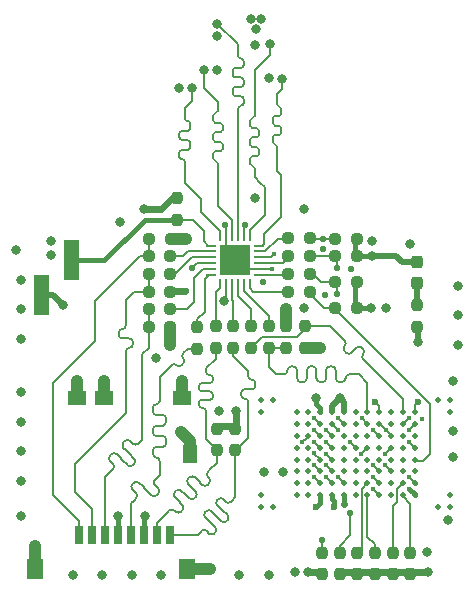
<source format=gbr>
%TF.GenerationSoftware,KiCad,Pcbnew,9.0.2*%
%TF.CreationDate,2025-06-22T16:31:42+02:00*%
%TF.ProjectId,Board,426f6172-642e-46b6-9963-61645f706362,rev?*%
%TF.SameCoordinates,Original*%
%TF.FileFunction,Copper,L4,Bot*%
%TF.FilePolarity,Positive*%
%FSLAX46Y46*%
G04 Gerber Fmt 4.6, Leading zero omitted, Abs format (unit mm)*
G04 Created by KiCad (PCBNEW 9.0.2) date 2025-06-22 16:31:42*
%MOMM*%
%LPD*%
G01*
G04 APERTURE LIST*
G04 Aperture macros list*
%AMRoundRect*
0 Rectangle with rounded corners*
0 $1 Rounding radius*
0 $2 $3 $4 $5 $6 $7 $8 $9 X,Y pos of 4 corners*
0 Add a 4 corners polygon primitive as box body*
4,1,4,$2,$3,$4,$5,$6,$7,$8,$9,$2,$3,0*
0 Add four circle primitives for the rounded corners*
1,1,$1+$1,$2,$3*
1,1,$1+$1,$4,$5*
1,1,$1+$1,$6,$7*
1,1,$1+$1,$8,$9*
0 Add four rect primitives between the rounded corners*
20,1,$1+$1,$2,$3,$4,$5,0*
20,1,$1+$1,$4,$5,$6,$7,0*
20,1,$1+$1,$6,$7,$8,$9,0*
20,1,$1+$1,$8,$9,$2,$3,0*%
%AMFreePoly0*
4,1,5,0.635001,-1.715011,-0.635001,-1.715011,-0.635001,1.715011,0.635001,1.715011,0.635001,-1.715011,0.635001,-1.715011,$1*%
G04 Aperture macros list end*
%TA.AperFunction,SMDPad,CuDef*%
%ADD10RoundRect,0.237500X0.237500X-0.287500X0.237500X0.287500X-0.237500X0.287500X-0.237500X-0.287500X0*%
%TD*%
%TA.AperFunction,SMDPad,CuDef*%
%ADD11RoundRect,0.237500X0.237500X-0.250000X0.237500X0.250000X-0.237500X0.250000X-0.237500X-0.250000X0*%
%TD*%
%TA.AperFunction,SMDPad,CuDef*%
%ADD12RoundRect,0.237500X-0.237500X0.250000X-0.237500X-0.250000X0.237500X-0.250000X0.237500X0.250000X0*%
%TD*%
%TA.AperFunction,SMDPad,CuDef*%
%ADD13R,0.800000X1.500000*%
%TD*%
%TA.AperFunction,SMDPad,CuDef*%
%ADD14R,1.400000X1.700000*%
%TD*%
%TA.AperFunction,SMDPad,CuDef*%
%ADD15R,1.500000X1.150013*%
%TD*%
%TA.AperFunction,SMDPad,CuDef*%
%ADD16R,1.300000X1.500000*%
%TD*%
%TA.AperFunction,SMDPad,CuDef*%
%ADD17RoundRect,0.237500X0.250000X0.237500X-0.250000X0.237500X-0.250000X-0.237500X0.250000X-0.237500X0*%
%TD*%
%TA.AperFunction,SMDPad,CuDef*%
%ADD18RoundRect,0.237500X-0.250000X-0.237500X0.250000X-0.237500X0.250000X0.237500X-0.250000X0.237500X0*%
%TD*%
%TA.AperFunction,SMDPad,CuDef*%
%ADD19C,0.500381*%
%TD*%
%TA.AperFunction,SMDPad,CuDef*%
%ADD20R,0.250013X0.849987*%
%TD*%
%TA.AperFunction,SMDPad,CuDef*%
%ADD21R,0.849987X0.250013*%
%TD*%
%TA.AperFunction,SMDPad,CuDef*%
%ADD22R,2.500000X2.500000*%
%TD*%
%TA.AperFunction,SMDPad,CuDef*%
%ADD23FreePoly0,0.000000*%
%TD*%
%TA.AperFunction,ViaPad*%
%ADD24C,0.800000*%
%TD*%
%TA.AperFunction,ViaPad*%
%ADD25C,0.600000*%
%TD*%
%TA.AperFunction,ViaPad*%
%ADD26C,0.450000*%
%TD*%
%TA.AperFunction,ViaPad*%
%ADD27C,0.550000*%
%TD*%
%TA.AperFunction,Conductor*%
%ADD28C,0.150000*%
%TD*%
%TA.AperFunction,Conductor*%
%ADD29C,1.000000*%
%TD*%
%TA.AperFunction,Conductor*%
%ADD30C,0.500000*%
%TD*%
%TA.AperFunction,Conductor*%
%ADD31C,0.600000*%
%TD*%
%TA.AperFunction,Conductor*%
%ADD32C,0.400000*%
%TD*%
%TA.AperFunction,Conductor*%
%ADD33C,0.200000*%
%TD*%
G04 APERTURE END LIST*
D10*
%TO.P,U4,1,K*%
%TO.N,Net-(U4-K)*%
X102550000Y-73250000D03*
%TO.P,U4,2,A*%
%TO.N,P3V3*%
X102550000Y-71500000D03*
%TD*%
D11*
%TO.P,R26,1,1*%
%TO.N,/SDCARD_D0*%
X85650509Y-87421710D03*
%TO.P,R26,2,2*%
%TO.N,P3V3*%
X85650509Y-85596710D03*
%TD*%
%TO.P,R3,1,1*%
%TO.N,/MUX_SEL*%
X82250000Y-67912500D03*
%TO.P,R3,2,2*%
%TO.N,P3V3*%
X82250000Y-66087500D03*
%TD*%
D12*
%TO.P,R4,1,1*%
%TO.N,/eMMC_RST_N*%
X94500000Y-96087500D03*
%TO.P,R4,2,2*%
%TO.N,P3V3*%
X94500000Y-97912500D03*
%TD*%
D13*
%TO.P,U1,1,DAT2*%
%TO.N,/SDCARD_D2*%
X73943548Y-94587567D03*
%TO.P,U1,2,CD/DAT3*%
%TO.N,/SDCARD_D3*%
X75043625Y-94587567D03*
%TO.P,U1,3,CMD*%
%TO.N,/SDCARD_CMD*%
X76143701Y-94587567D03*
%TO.P,U1,4,VDD*%
%TO.N,P3V3*%
X77243777Y-94587567D03*
%TO.P,U1,5,CLK*%
%TO.N,/SDCARD_CLK*%
X78343599Y-94587567D03*
%TO.P,U1,6,VSS*%
%TO.N,GND*%
X79443675Y-94587567D03*
%TO.P,U1,7,DAT0*%
%TO.N,/SDCARD_D0*%
X80543752Y-94587567D03*
%TO.P,U1,8,DAT1*%
%TO.N,/SDCARD_D1*%
X81643574Y-94587567D03*
D14*
%TO.P,U1,9,Shell_Mount*%
%TO.N,GND*%
X70193739Y-97487490D03*
D15*
X73743650Y-83012510D03*
X82643574Y-83012510D03*
D14*
X83093663Y-97487490D03*
D15*
%TO.P,U1,10,DETECT-SW*%
%TO.N,Net-(U1-DETECT-SW)*%
X76043625Y-83012510D03*
D16*
%TO.P,U1,11,DETECT_LEVER*%
%TO.N,Net-(U1-DETECT_LEVER)*%
X83306261Y-87737681D03*
%TD*%
D17*
%TO.P,R18,1,1*%
%TO.N,/SDCARD_D3_R*%
X81662500Y-72500000D03*
%TO.P,R18,2,2*%
%TO.N,/SDCARD_D3*%
X79837500Y-72500000D03*
%TD*%
D11*
%TO.P,R10,1,1*%
%TO.N,GND*%
X102000000Y-97912500D03*
%TO.P,R10,2,2*%
%TO.N,/eMMC_D6*%
X102000000Y-96087500D03*
%TD*%
%TO.P,R9,1,1*%
%TO.N,GND*%
X99000000Y-97912500D03*
%TO.P,R9,2,2*%
%TO.N,/eMMC_D7*%
X99000000Y-96087500D03*
%TD*%
D18*
%TO.P,R2,1,1*%
%TO.N,/eMMC_CLK_R*%
X91636268Y-73993112D03*
%TO.P,R2,2,2*%
%TO.N,/eMMC_CLK*%
X93461268Y-73993112D03*
%TD*%
%TO.P,R19,1,1*%
%TO.N,/eMMC_D3_R*%
X91636268Y-70993112D03*
%TO.P,R19,2,2*%
%TO.N,/eMMC_D3*%
X93461268Y-70993112D03*
%TD*%
D17*
%TO.P,R22,1,1*%
%TO.N,/SDCARD_D2_R*%
X81662500Y-71000000D03*
%TO.P,R22,2,2*%
%TO.N,/SDCARD_D2*%
X79837500Y-71000000D03*
%TD*%
D19*
%TO.P,U3,A1,NC*%
%TO.N,unconnected-(U3A-NC-PadA1)*%
X89356591Y-83211849D03*
%TO.P,U3,A2,NC*%
%TO.N,unconnected-(U3A-NC-PadA2)*%
X89356591Y-84211849D03*
%TO.P,U3,A9,NC*%
%TO.N,unconnected-(U3A-NC-PadA9)*%
X89356591Y-91211849D03*
%TO.P,U3,A10,NC*%
%TO.N,unconnected-(U3A-NC-PadA10)*%
X89356591Y-92211849D03*
%TO.P,U3,B1,NC*%
%TO.N,unconnected-(U3A-NC-PadB1)*%
X90356591Y-83211849D03*
%TO.P,U3,B10,NC*%
%TO.N,unconnected-(U3A-NC-PadB10)*%
X90356591Y-92211849D03*
%TO.P,U3,D2,VSF1*%
%TO.N,unconnected-(U3A-VSF1-PadD2)*%
X92356591Y-84211849D03*
%TO.P,U3,D3,VSF2*%
%TO.N,unconnected-(U3A-VSF2-PadD3)*%
X92356591Y-85211849D03*
%TO.P,U3,D4,VSF3*%
%TO.N,unconnected-(U3A-VSF3-PadD4)*%
X92356591Y-86211849D03*
%TO.P,U3,D5,VSF4*%
%TO.N,unconnected-(U3A-VSF4-PadD5)*%
X92356591Y-87211849D03*
%TO.P,U3,D6,VSF5*%
%TO.N,unconnected-(U3A-VSF5-PadD6)*%
X92356591Y-88211849D03*
%TO.P,U3,D7,VSF6*%
%TO.N,unconnected-(U3A-VSF6-PadD7)*%
X92356591Y-89211849D03*
%TO.P,U3,D8,VSF7*%
%TO.N,unconnected-(U3A-VSF7-PadD8)*%
X92356591Y-90211849D03*
%TO.P,U3,D9,VSF8*%
%TO.N,unconnected-(U3A-VSF8-PadD9)*%
X92356591Y-91211849D03*
%TO.P,U3,E2,RFU*%
%TO.N,unconnected-(U3A-RFU-PadE2)*%
X93356591Y-84211849D03*
%TO.P,U3,E3,RFU*%
%TO.N,unconnected-(U3A-RFU-PadE3)*%
X93356591Y-85211849D03*
%TO.P,U3,E4,VDDIM*%
%TO.N,Net-(U3B-VDDIM)*%
X93356591Y-86211849D03*
%TO.P,U3,E5,RFU*%
%TO.N,unconnected-(U3A-RFU-PadE5)*%
X93356591Y-87211849D03*
%TO.P,U3,E6,RFU*%
%TO.N,unconnected-(U3A-RFU-PadE6)*%
X93356591Y-88211849D03*
%TO.P,U3,E7,RFU*%
%TO.N,unconnected-(U3A-RFU-PadE7)*%
X93356591Y-89211849D03*
%TO.P,U3,E8,RFU*%
%TO.N,unconnected-(U3A-RFU-PadE8)*%
X93356591Y-90211849D03*
%TO.P,U3,E9,RFU*%
%TO.N,unconnected-(U3A-RFU-PadE9)*%
X93356591Y-91211849D03*
%TO.P,U3,F2,VCC*%
%TO.N,P3V3*%
X94356591Y-84211849D03*
%TO.P,U3,F3,VCC*%
X94356591Y-85211849D03*
%TO.P,U3,F4,VCC*%
X94356591Y-86211849D03*
%TO.P,U3,F5,VCC*%
X94356591Y-87211849D03*
%TO.P,U3,F6,VCC*%
X94356591Y-88211849D03*
%TO.P,U3,F7,VCC*%
X94356591Y-89211849D03*
%TO.P,U3,F8,VCC*%
X94356591Y-90211849D03*
%TO.P,U3,F9,VCC*%
X94356591Y-91211849D03*
%TO.P,U3,G2,VSS*%
%TO.N,GND*%
X95356591Y-84211849D03*
%TO.P,U3,G3,VSS*%
X95356591Y-85211849D03*
%TO.P,U3,G4,VSS*%
X95356591Y-86211849D03*
%TO.P,U3,G5,VSS*%
X95356591Y-87211849D03*
%TO.P,U3,G6,VSS*%
X95356591Y-88211849D03*
%TO.P,U3,G7,VSS*%
X95356591Y-89211849D03*
%TO.P,U3,G8,VSS*%
X95356591Y-90211849D03*
%TO.P,U3,G9,VSS*%
X95356591Y-91211849D03*
%TO.P,U3,H2,VSSQ*%
X96356591Y-84211849D03*
%TO.P,U3,H3,VCCQ*%
%TO.N,P3V3*%
X96356591Y-85211849D03*
%TO.P,U3,H4,RFU*%
%TO.N,unconnected-(U3A-RFU-PadH4)*%
X96356591Y-86211849D03*
%TO.P,U3,H5,RFU*%
%TO.N,unconnected-(U3A-RFU-PadH5)*%
X96356591Y-87211849D03*
%TO.P,U3,H6,RFU*%
%TO.N,unconnected-(U3A-RFU-PadH6)*%
X96356591Y-88211849D03*
%TO.P,U3,H7,RFU*%
%TO.N,unconnected-(U3A-RFU-PadH7)*%
X96356591Y-89211849D03*
%TO.P,U3,H8,VCCQ*%
%TO.N,P3V3*%
X96356591Y-90211849D03*
%TO.P,U3,H9,VSSQ*%
%TO.N,GND*%
X96356591Y-91211849D03*
%TO.P,U3,J2,RFU*%
%TO.N,unconnected-(U3A-RFU-PadJ2)*%
X97356591Y-84211849D03*
%TO.P,U3,J3,RFU*%
%TO.N,unconnected-(U3A-RFU-PadJ3)*%
X97356591Y-85211849D03*
%TO.P,U3,J4,RFU*%
%TO.N,unconnected-(U3A-RFU-PadJ4)*%
X97356591Y-86211849D03*
%TO.P,U3,J5,VSS*%
%TO.N,GND*%
X97356591Y-87211849D03*
%TO.P,U3,J6,RFU*%
%TO.N,unconnected-(U3A-RFU-PadJ6)*%
X97356591Y-88211849D03*
%TO.P,U3,J7,RFU*%
%TO.N,unconnected-(U3A-RFU-PadJ7)*%
X97356591Y-89211849D03*
%TO.P,U3,J8,RFU*%
%TO.N,unconnected-(U3A-RFU-PadJ8)*%
X97356591Y-90211849D03*
%TO.P,U3,J9,RFU*%
%TO.N,unconnected-(U3A-RFU-PadJ9)*%
X97356591Y-91211849D03*
%TO.P,U3,K2,DAT0*%
%TO.N,/eMMC_D0*%
X98356591Y-84211849D03*
%TO.P,U3,K3,DAT2*%
%TO.N,/eMMC_D2*%
X98356591Y-85211849D03*
%TO.P,U3,K4,RFU*%
%TO.N,unconnected-(U3A-RFU-PadK4)*%
X98356591Y-86211849D03*
%TO.P,U3,K5,DS*%
%TO.N,Net-(U3A-DS)*%
X98356591Y-87211849D03*
%TO.P,U3,K6,RFU*%
%TO.N,unconnected-(U3A-RFU-PadK6)*%
X98356591Y-88211849D03*
%TO.P,U3,K7,RFU*%
%TO.N,unconnected-(U3A-RFU-PadK7)*%
X98356591Y-89211849D03*
%TO.P,U3,K8,DAT5*%
%TO.N,/eMMC_D5*%
X98356591Y-90211849D03*
%TO.P,U3,K9,DAT7*%
%TO.N,/eMMC_D7*%
X98356591Y-91211849D03*
%TO.P,U3,L2,VCCQ*%
%TO.N,P3V3*%
X99356591Y-84211849D03*
%TO.P,U3,L3,VSSQ*%
%TO.N,GND*%
X99356591Y-85211849D03*
%TO.P,U3,L4,VCCQ*%
%TO.N,P3V3*%
X99356591Y-86211849D03*
%TO.P,U3,L5,RFU*%
%TO.N,unconnected-(U3A-RFU-PadL5)*%
X99356591Y-87211849D03*
%TO.P,U3,L6,RFU*%
%TO.N,unconnected-(U3A-RFU-PadL6)*%
X99356591Y-88211849D03*
%TO.P,U3,L7,VCCQ*%
%TO.N,P3V3*%
X99356591Y-89211849D03*
%TO.P,U3,L8,VSSQ*%
%TO.N,GND*%
X99356591Y-90211849D03*
%TO.P,U3,L9,VCCQ*%
%TO.N,P3V3*%
X99356591Y-91211849D03*
%TO.P,U3,M2,RFU*%
%TO.N,unconnected-(U3A-RFU-PadM2)*%
X100356591Y-84211849D03*
%TO.P,U3,M3,RFU*%
%TO.N,unconnected-(U3A-RFU-PadM3)*%
X100357607Y-85211849D03*
%TO.P,U3,M4,VSSQ*%
%TO.N,GND*%
X100356591Y-86211849D03*
%TO.P,U3,M5,RST_n*%
%TO.N,/eMMC_RST_N*%
X100356591Y-87211849D03*
%TO.P,U3,M6,RFU*%
%TO.N,unconnected-(U3A-RFU-PadM6)*%
X100356591Y-88211849D03*
%TO.P,U3,M7,VSSQ*%
%TO.N,GND*%
X100356591Y-89211849D03*
%TO.P,U3,M8,RFU*%
%TO.N,unconnected-(U3A-RFU-PadM8)*%
X100356591Y-90211849D03*
%TO.P,U3,M9,RFU*%
%TO.N,unconnected-(U3A-RFU-PadM9)*%
X100356591Y-91211849D03*
%TO.P,U3,N2,DAT1*%
%TO.N,/eMMC_D1*%
X101356591Y-84211849D03*
%TO.P,U3,N3,DAT3*%
%TO.N,/eMMC_D3*%
X101356591Y-85211849D03*
%TO.P,U3,N4,RFU*%
%TO.N,unconnected-(U3A-RFU-PadN4)*%
X101356591Y-86211849D03*
%TO.P,U3,N5,RFU*%
%TO.N,unconnected-(U3A-RFU-PadN5)*%
X101356591Y-87211849D03*
%TO.P,U3,N6,RFU*%
%TO.N,unconnected-(U3A-RFU-PadN6)*%
X101356591Y-88211849D03*
%TO.P,U3,N7,RFU*%
%TO.N,unconnected-(U3A-RFU-PadN7)*%
X101356591Y-89211849D03*
%TO.P,U3,N8,DAT4*%
%TO.N,/eMMC_D4*%
X101356591Y-90211849D03*
%TO.P,U3,N9,DAT6*%
%TO.N,/eMMC_D6*%
X101356591Y-91211849D03*
%TO.P,U3,P2,VSSQ*%
%TO.N,GND*%
X102356591Y-84211849D03*
%TO.P,U3,P3,VCCQ*%
%TO.N,P3V3*%
X102356591Y-85211849D03*
%TO.P,U3,P4,RFU*%
%TO.N,unconnected-(U3A-RFU-PadP4)*%
X102356591Y-86211849D03*
%TO.P,U3,P5,CMD*%
%TO.N,/eMMC_CMD*%
X102356591Y-87211849D03*
%TO.P,U3,P6,CLK*%
%TO.N,/eMMC_CLK*%
X102356591Y-88211849D03*
%TO.P,U3,P7,RFU*%
%TO.N,unconnected-(U3A-RFU-PadP7)*%
X102356591Y-89211849D03*
%TO.P,U3,P8,VCCQ*%
%TO.N,P3V3*%
X102356591Y-90211849D03*
%TO.P,U3,P9,VSSQ*%
%TO.N,GND*%
X102356591Y-91211849D03*
%TO.P,U3,T1,NC*%
%TO.N,unconnected-(U3A-NC-PadT1)*%
X104356591Y-83211849D03*
%TO.P,U3,T10,NC*%
%TO.N,unconnected-(U3A-NC-PadT10)*%
X104356591Y-92211849D03*
%TO.P,U3,U1,NC*%
%TO.N,unconnected-(U3A-NC-PadU1)*%
X105356591Y-83211849D03*
%TO.P,U3,U2,NC*%
%TO.N,unconnected-(U3A-NC-PadU2)*%
X105356591Y-84211849D03*
%TO.P,U3,U9,NC*%
%TO.N,unconnected-(U3A-NC-PadU9)*%
X105356591Y-91211849D03*
%TO.P,U3,U10,NC*%
%TO.N,unconnected-(U3A-NC-PadU10)*%
X105356591Y-92211849D03*
%TD*%
D18*
%TO.P,R23,1,1*%
%TO.N,/eMMC_D2_R*%
X91636268Y-69493112D03*
%TO.P,R23,2,2*%
%TO.N,/eMMC_D2*%
X93461268Y-69493112D03*
%TD*%
%TO.P,R7,1,1*%
%TO.N,/eMMC_D2*%
X95636268Y-69500000D03*
%TO.P,R7,2,2*%
%TO.N,P3V3*%
X97461268Y-69500000D03*
%TD*%
D11*
%TO.P,R5,1,1*%
%TO.N,/eMMC_D0*%
X91500000Y-78762017D03*
%TO.P,R5,2,2*%
%TO.N,P3V3*%
X91500000Y-76937017D03*
%TD*%
D12*
%TO.P,R17,1,1*%
%TO.N,/eMMC_D0_R*%
X90000000Y-76937017D03*
%TO.P,R17,2,2*%
%TO.N,/eMMC_D0*%
X90000000Y-78762017D03*
%TD*%
D20*
%TO.P,U2,1,DAT2A*%
%TO.N,/PAD_uSD_DAT2*%
X85905093Y-69324523D03*
%TO.P,U2,2,GND*%
%TO.N,GND*%
X86405778Y-69324523D03*
%TO.P,U2,3,DAT3A*%
%TO.N,/PAD_uSD_DAT3*%
X86906159Y-69324523D03*
%TO.P,U2,4,CMDA*%
%TO.N,/PAD_uSD_CMD*%
X87406540Y-69324523D03*
%TO.P,U2,5,VCCA*%
%TO.N,P3V3_SD*%
X87904381Y-69324523D03*
%TO.P,U2,6,DAT0A*%
%TO.N,/PAD_uSD_DAT0*%
X88404762Y-69324523D03*
D21*
%TO.P,U2,7,DAT1A*%
%TO.N,/PAD_uSD_DAT1*%
X89174943Y-70095643D03*
%TO.P,U2,8,DAT2B1*%
%TO.N,/eMMC_D2_R*%
X89174943Y-70593078D03*
%TO.P,U2,9,CLKA*%
%TO.N,/PAD_uSD_SCLK*%
X89174943Y-71093459D03*
%TO.P,U2,10,DAT3B1*%
%TO.N,/eMMC_D3_R*%
X89174943Y-71593840D03*
%TO.P,U2,11,GND*%
%TO.N,GND*%
X89174943Y-72094221D03*
%TO.P,U2,12,CMDB1*%
%TO.N,/eMMC_CMD_R*%
X89174943Y-72594602D03*
D20*
%TO.P,U2,13,CLKB1*%
%TO.N,/eMMC_CLK_R*%
X88405067Y-73374511D03*
%TO.P,U2,14,DAT0B1*%
%TO.N,/eMMC_D0_R*%
X87904381Y-73374511D03*
%TO.P,U2,15,DAT1B1*%
%TO.N,/eMMC_D1_R*%
X87406540Y-73374511D03*
%TO.P,U2,16,DAT1B0*%
%TO.N,/SDCARD_D1_R*%
X86906159Y-73374511D03*
%TO.P,U2,17,VCCB1*%
%TO.N,P3V3*%
X86405778Y-73374511D03*
%TO.P,U2,18,DAT0B0*%
%TO.N,/SDCARD_D0_R*%
X85905397Y-73374511D03*
D21*
%TO.P,U2,19,CLKB0*%
%TO.N,/SDCARD_CLK_R*%
X85124955Y-72594602D03*
%TO.P,U2,20,CMDB0*%
%TO.N,/SDCARD_CMD_R*%
X85124955Y-72094221D03*
%TO.P,U2,21,VCCB0*%
%TO.N,P3V3*%
X85124955Y-71593840D03*
%TO.P,U2,22,DAT3B0*%
%TO.N,/SDCARD_D3_R*%
X85124955Y-71093459D03*
%TO.P,U2,23,DAT2B0*%
%TO.N,/SDCARD_D2_R*%
X85124955Y-70593078D03*
%TO.P,U2,24,SEL*%
%TO.N,/MUX_SEL*%
X85124955Y-70095643D03*
D22*
%TO.P,U2,25,EP*%
%TO.N,GND*%
X87150000Y-71350000D03*
%TD*%
D12*
%TO.P,R30,1*%
%TO.N,Net-(U4-K)*%
X102575000Y-75162500D03*
%TO.P,R30,2*%
%TO.N,GND*%
X102575000Y-76987500D03*
%TD*%
%TO.P,R1,1,1*%
%TO.N,/SDCARD_CLK_R*%
X83950051Y-76987500D03*
%TO.P,R1,2,2*%
%TO.N,/SDCARD_CLK*%
X83950051Y-78812500D03*
%TD*%
D17*
%TO.P,R21,1,1*%
%TO.N,/SDCARD_CMD_R*%
X81662500Y-75500000D03*
%TO.P,R21,2,2*%
%TO.N,/SDCARD_CMD*%
X79837500Y-75500000D03*
%TD*%
D12*
%TO.P,R24,1,1*%
%TO.N,/SDCARD_D1_R*%
X87000000Y-76937017D03*
%TO.P,R24,2,2*%
%TO.N,/SDCARD_D1*%
X87000000Y-78762017D03*
%TD*%
%TO.P,R6,1,1*%
%TO.N,/eMMC_D1*%
X93050000Y-76937017D03*
%TO.P,R6,2,2*%
%TO.N,P3V3*%
X93050000Y-78762017D03*
%TD*%
%TO.P,R16,1,1*%
%TO.N,/SDCARD_D0_R*%
X85500000Y-76937017D03*
%TO.P,R16,2,2*%
%TO.N,/SDCARD_D0*%
X85500000Y-78762017D03*
%TD*%
D11*
%TO.P,R15,1,1*%
%TO.N,GND*%
X96000000Y-97912500D03*
%TO.P,R15,2,2*%
%TO.N,Net-(U3A-DS)*%
X96000000Y-96087500D03*
%TD*%
D18*
%TO.P,R31,1,1*%
%TO.N,/SDCARD_CMD*%
X79837500Y-77000000D03*
%TO.P,R31,2,2*%
%TO.N,P3V3*%
X81662500Y-77000000D03*
%TD*%
%TO.P,R29,1,1*%
%TO.N,/SDCARD_D3*%
X79837500Y-74000000D03*
%TO.P,R29,2,2*%
%TO.N,P3V3*%
X81662500Y-74000000D03*
%TD*%
%TO.P,R14,1,1*%
%TO.N,/eMMC_CMD*%
X95636268Y-73193112D03*
%TO.P,R14,2,2*%
%TO.N,P3V3*%
X97461268Y-73193112D03*
%TD*%
D11*
%TO.P,R27,1,1*%
%TO.N,/SDCARD_D1*%
X87150433Y-87421710D03*
%TO.P,R27,2,2*%
%TO.N,P3V3*%
X87150433Y-85596710D03*
%TD*%
%TO.P,R12,1,1*%
%TO.N,GND*%
X100500000Y-97912500D03*
%TO.P,R12,2,2*%
%TO.N,/eMMC_D4*%
X100500000Y-96087500D03*
%TD*%
D23*
%TO.P,J3,1,1*%
%TO.N,GND*%
X70779997Y-74259995D03*
%TO.P,J3,2,2*%
%TO.N,/MUX_SEL*%
X73320003Y-71340005D03*
%TD*%
D18*
%TO.P,R20,1,1*%
%TO.N,/eMMC_CMD_R*%
X91636268Y-72493112D03*
%TO.P,R20,2,2*%
%TO.N,/eMMC_CMD*%
X93461268Y-72493112D03*
%TD*%
%TO.P,R13,1,1*%
%TO.N,/eMMC_CLK*%
X95636268Y-75393112D03*
%TO.P,R13,2,2*%
%TO.N,P3V3*%
X97461268Y-75393112D03*
%TD*%
%TO.P,R8,1,1*%
%TO.N,/eMMC_D3*%
X95636268Y-71000000D03*
%TO.P,R8,2,2*%
%TO.N,P3V3*%
X97461268Y-71000000D03*
%TD*%
%TO.P,R28,1,1*%
%TO.N,/SDCARD_D2*%
X79897500Y-69510000D03*
%TO.P,R28,2,2*%
%TO.N,P3V3*%
X81722500Y-69510000D03*
%TD*%
D12*
%TO.P,R25,1,1*%
%TO.N,/eMMC_D1_R*%
X88500000Y-76937017D03*
%TO.P,R25,2,2*%
%TO.N,/eMMC_D1*%
X88500000Y-78762017D03*
%TD*%
D11*
%TO.P,R11,1,1*%
%TO.N,GND*%
X97500000Y-97912500D03*
%TO.P,R11,2,2*%
%TO.N,/eMMC_D5*%
X97500000Y-96087500D03*
%TD*%
D24*
%TO.N,/PAD_uSD_CMD*%
X85659107Y-51300000D03*
D25*
%TO.N,GND*%
X102600000Y-83300000D03*
D26*
X90294221Y-72094221D03*
X95850000Y-85725000D03*
X99895834Y-85704444D03*
X98860000Y-89710000D03*
D24*
X82375000Y-56775000D03*
D27*
X86292765Y-68330170D03*
D24*
X69000000Y-90000000D03*
X72600000Y-75100000D03*
X69000000Y-85000000D03*
X105600000Y-81600000D03*
D26*
X94860000Y-89700000D03*
D24*
X92200000Y-97700000D03*
X99900000Y-75400000D03*
X105200000Y-93300000D03*
X80450000Y-79650000D03*
X73400000Y-98000000D03*
D26*
X96379693Y-91991723D03*
D24*
X80900000Y-98000000D03*
D27*
X94625000Y-70400000D03*
D25*
X95500000Y-92250012D03*
D24*
X103400000Y-96000000D03*
X106000000Y-73500000D03*
X71600000Y-70900000D03*
X88850000Y-53100000D03*
X93000000Y-67000000D03*
D26*
X94860000Y-88710000D03*
D27*
X94775000Y-74250000D03*
D24*
X90000000Y-98000000D03*
X105600000Y-85800000D03*
X102000000Y-70000000D03*
X69000000Y-82500000D03*
X90025000Y-55950000D03*
X91200000Y-89300000D03*
D26*
X102990000Y-84740000D03*
X94860000Y-85710000D03*
D24*
X78400000Y-98000000D03*
X85800000Y-84100000D03*
X69000000Y-75500000D03*
X98750000Y-69675000D03*
X106000000Y-78500000D03*
X96000000Y-83000000D03*
X68600000Y-70500000D03*
X85650000Y-52350000D03*
X70200000Y-95550000D03*
X85600000Y-55200000D03*
X88475000Y-50950000D03*
X79500000Y-93000000D03*
D26*
X99860000Y-88710000D03*
D24*
X88950000Y-51800000D03*
X69000000Y-93000000D03*
X71600000Y-69700000D03*
X85000000Y-97500000D03*
D27*
X89500000Y-73194610D03*
D26*
X96850000Y-86710000D03*
D24*
X69000000Y-87500000D03*
D27*
X96950000Y-72050000D03*
D24*
X89600000Y-89300000D03*
X105600000Y-88000000D03*
X69000000Y-73000000D03*
X77400000Y-68100000D03*
X103500000Y-97700000D03*
X89350000Y-50900000D03*
X69000000Y-78000000D03*
D26*
X94860000Y-87710000D03*
D24*
X82650000Y-81600000D03*
D26*
X94860000Y-86710000D03*
D24*
X93000000Y-75350000D03*
D26*
X101895364Y-90704956D03*
D24*
X88850000Y-66050000D03*
X102600000Y-78250000D03*
X73750000Y-81600000D03*
X87500000Y-98000000D03*
X75900000Y-98000000D03*
X106000000Y-76000000D03*
%TO.N,/PAD_uSD_DAT0*%
X90097861Y-52997861D03*
%TO.N,/PAD_uSD_DAT1*%
X91100000Y-55975000D03*
D26*
%TO.N,/PAD_uSD_SCLK*%
X90450000Y-70850000D03*
D24*
%TO.N,/PAD_uSD_DAT3*%
X84500000Y-55200000D03*
%TO.N,/PAD_uSD_DAT2*%
X83475000Y-56775000D03*
%TO.N,P3V3*%
X98750000Y-71000000D03*
X87200000Y-84100000D03*
X93300000Y-97700000D03*
X94350000Y-78750000D03*
D25*
X94000000Y-92250012D03*
D24*
X91500000Y-75500000D03*
D26*
X98850000Y-88700000D03*
D27*
X83000000Y-69500000D03*
D26*
X101860000Y-89710000D03*
X95850000Y-89700000D03*
D24*
X86233617Y-74751402D03*
X77250000Y-93000000D03*
X98650000Y-75400000D03*
D26*
X93850000Y-88710000D03*
X95860000Y-84700000D03*
X93860000Y-84710000D03*
D27*
X83500000Y-72000000D03*
D24*
X81650000Y-78550000D03*
X94000000Y-83000000D03*
D26*
X93850000Y-89700000D03*
D24*
X79400000Y-67000000D03*
D25*
X99000000Y-83300000D03*
D26*
X93850000Y-87700000D03*
X98860000Y-85710000D03*
X98860000Y-90710000D03*
X93850000Y-85700000D03*
D27*
X83000000Y-73950000D03*
D26*
X101850000Y-85725000D03*
X93850000Y-86700000D03*
%TO.N,Net-(U3B-VDDIM)*%
X92826388Y-86723612D03*
D27*
%TO.N,P3V3_SD*%
X87956540Y-68350000D03*
%TO.N,/eMMC_RST_N*%
X94500000Y-95000000D03*
D26*
X99850000Y-87720000D03*
%TO.N,/eMMC_D2*%
X97860000Y-84710000D03*
D27*
X94605940Y-69500000D03*
D26*
%TO.N,/eMMC_D3*%
X101870000Y-84700000D03*
D27*
X95800000Y-72000000D03*
%TO.N,Net-(U3A-DS)*%
X96900000Y-92700000D03*
D26*
X97830000Y-87720000D03*
D24*
%TO.N,Net-(U1-DETECT-SW)*%
X76050000Y-81550000D03*
%TO.N,Net-(U1-DETECT_LEVER)*%
X82550000Y-85900000D03*
D26*
%TO.N,/eMMC_CMD*%
X101850000Y-86710000D03*
D27*
X95790000Y-74230000D03*
%TD*%
D28*
%TO.N,/PAD_uSD_CMD*%
X87866540Y-57685600D02*
X87866540Y-58025600D01*
X87866540Y-54485600D02*
X87866540Y-54825600D01*
X87406540Y-55055600D02*
X87176540Y-55055600D01*
X87406540Y-55855600D02*
X87636540Y-55855600D01*
X87636540Y-55055600D02*
X87406540Y-55055600D01*
X87406540Y-58485600D02*
X87406540Y-58825600D01*
X87406540Y-56655600D02*
X87176540Y-56655600D01*
X86946540Y-56885600D02*
X86946540Y-57225600D01*
X87406540Y-57455600D02*
X87636540Y-57455600D01*
X87636540Y-56655600D02*
X87406540Y-56655600D01*
X87406540Y-58825600D02*
X87406540Y-59200465D01*
X86946540Y-55285600D02*
X86946540Y-55625600D01*
X87176540Y-57455600D02*
X87406540Y-57455600D01*
X87176540Y-55855600D02*
X87406540Y-55855600D01*
X85659107Y-51300000D02*
X87406540Y-53047433D01*
X87406540Y-53047433D02*
X87406540Y-54025600D01*
X87866540Y-56085600D02*
X87866540Y-56425600D01*
X87406540Y-59200465D02*
X87406540Y-69324523D01*
X87636540Y-58255600D02*
G75*
G03*
X87406500Y-58485600I-40J-230000D01*
G01*
X87636540Y-55855600D02*
G75*
G02*
X87866500Y-56085600I-40J-230000D01*
G01*
X86946540Y-57225600D02*
G75*
G03*
X87176540Y-57455560I229960J0D01*
G01*
X87636540Y-57455600D02*
G75*
G02*
X87866500Y-57685600I-40J-230000D01*
G01*
X87866540Y-56425600D02*
G75*
G02*
X87636540Y-56655640I-230040J0D01*
G01*
X87406540Y-54025600D02*
G75*
G03*
X87636540Y-54255560I229960J0D01*
G01*
X86946540Y-55625600D02*
G75*
G03*
X87176540Y-55855560I229960J0D01*
G01*
X87636540Y-54255600D02*
G75*
G02*
X87866500Y-54485600I-40J-230000D01*
G01*
X87866540Y-54825600D02*
G75*
G02*
X87636540Y-55055640I-230040J0D01*
G01*
X87866540Y-58025600D02*
G75*
G02*
X87636540Y-58255640I-230040J0D01*
G01*
X87176540Y-55055600D02*
G75*
G03*
X86946500Y-55285600I-40J-230000D01*
G01*
X87176540Y-56655600D02*
G75*
G03*
X86946500Y-56885600I-40J-230000D01*
G01*
D29*
%TO.N,GND*%
X70193739Y-95556261D02*
X70200000Y-95550000D01*
D30*
X95356591Y-84211849D02*
X95356591Y-83643409D01*
D29*
X84987490Y-97487490D02*
X85000000Y-97500000D01*
D28*
X99403239Y-85211849D02*
X99895834Y-85704444D01*
D31*
X96356591Y-91968621D02*
X96379693Y-91991723D01*
D28*
X94860000Y-87715258D02*
X95356591Y-88211849D01*
X95356591Y-85231591D02*
X95850000Y-85725000D01*
D29*
X70193739Y-97487490D02*
X70193739Y-95556261D01*
X82643574Y-83012510D02*
X82643574Y-81606426D01*
D28*
X96850000Y-86715258D02*
X97346591Y-87211849D01*
D32*
X95356591Y-91556591D02*
X95356591Y-91211849D01*
D28*
X94860000Y-85715258D02*
X95356591Y-86211849D01*
D32*
X79443675Y-93056325D02*
X79500000Y-93000000D01*
D33*
X89174943Y-72094221D02*
X90294221Y-72094221D01*
D28*
X94860000Y-88715258D02*
X95356591Y-89211849D01*
D29*
X73743650Y-83012510D02*
X73743650Y-81606350D01*
D30*
X95356591Y-83643409D02*
X96000000Y-83000000D01*
D28*
X102356591Y-84211849D02*
X102356591Y-83543409D01*
D30*
X102600000Y-78250000D02*
X102600000Y-77012500D01*
D28*
X94860000Y-86715258D02*
X95356591Y-87211849D01*
X98860000Y-89715258D02*
X99356591Y-90211849D01*
X87894221Y-72094221D02*
X87150000Y-71350000D01*
X99356591Y-85211849D02*
X99403239Y-85211849D01*
D32*
X79443675Y-94587567D02*
X79443675Y-93056325D01*
D33*
X86405778Y-69324523D02*
X86405778Y-68405778D01*
D32*
X95500000Y-92250012D02*
X95500000Y-91700000D01*
D28*
X94860000Y-89705258D02*
X95356591Y-90201849D01*
X102356591Y-83543409D02*
X102600000Y-83300000D01*
D30*
X71759995Y-74259995D02*
X70779997Y-74259995D01*
X96356591Y-83356591D02*
X96000000Y-83000000D01*
D31*
X103446634Y-97753366D02*
X103500000Y-97700000D01*
D32*
X96356591Y-91211849D02*
X96356591Y-91968621D01*
X102356591Y-91211849D02*
X102356591Y-91166183D01*
X95500000Y-91700000D02*
X95356591Y-91556591D01*
D33*
X86405778Y-69324523D02*
X86405778Y-70605778D01*
D31*
X96000000Y-97753366D02*
X103446634Y-97753366D01*
D28*
X90300000Y-72100000D02*
X90294221Y-72094221D01*
D29*
X73743650Y-81606350D02*
X73750000Y-81600000D01*
D28*
X99356591Y-85211849D02*
X99356591Y-85166183D01*
D29*
X83093663Y-97487490D02*
X84987490Y-97487490D01*
D28*
X86400000Y-68400000D02*
X86362595Y-68400000D01*
D33*
X89174943Y-72094221D02*
X87894221Y-72094221D01*
D30*
X96356591Y-84211849D02*
X96356591Y-83356591D01*
D28*
X100356591Y-86165201D02*
X99895834Y-85704444D01*
D32*
X102356591Y-91166183D02*
X101895364Y-90704956D01*
D28*
X100356591Y-86211849D02*
X100356591Y-86165201D01*
D30*
X102600000Y-77012500D02*
X102575000Y-76987500D01*
D28*
X86362595Y-68400000D02*
X86292765Y-68330170D01*
X99860000Y-88715258D02*
X100356591Y-89211849D01*
D32*
X95356591Y-85211849D02*
X95356591Y-85213409D01*
D30*
X72600000Y-75100000D02*
X71759995Y-74259995D01*
D28*
X95356591Y-85211849D02*
X95356591Y-85231591D01*
D29*
X82643574Y-81606426D02*
X82650000Y-81600000D01*
D28*
X86405778Y-70605778D02*
X87150000Y-71350000D01*
X86405778Y-68405778D02*
X86400000Y-68400000D01*
%TO.N,/PAD_uSD_DAT0*%
X88985000Y-62535000D02*
X88800000Y-62535000D01*
X89271599Y-64771599D02*
X89650000Y-65150000D01*
X88615000Y-61735000D02*
X88800000Y-61735000D01*
X89650000Y-65150000D02*
X89650000Y-67525000D01*
X88800000Y-62535000D02*
X88615000Y-62535000D01*
X88430000Y-59520000D02*
X88430000Y-59950000D01*
X90100000Y-53975000D02*
X88800000Y-55275000D01*
X88800000Y-55275000D02*
X88800000Y-59150000D01*
X88800000Y-63950000D02*
X88800000Y-64300000D01*
X88800000Y-63520000D02*
X88800000Y-63950000D01*
X89650000Y-67525000D02*
X88404762Y-68770238D01*
X89170000Y-60320000D02*
X89170000Y-60750000D01*
X88615000Y-60135000D02*
X88800000Y-60135000D01*
X88985000Y-60935000D02*
X88800000Y-60935000D01*
X90100000Y-53000000D02*
X90100000Y-53975000D01*
X88430000Y-62720000D02*
X88430000Y-63150000D01*
X90097861Y-52997861D02*
X90100000Y-53000000D01*
X88800000Y-60135000D02*
X88985000Y-60135000D01*
X88404762Y-68770238D02*
X88404762Y-69324523D01*
X88800000Y-64300000D02*
X89271599Y-64771599D01*
X88800000Y-61735000D02*
X88985000Y-61735000D01*
X88800000Y-60935000D02*
X88615000Y-60935000D01*
X88430000Y-61120000D02*
X88430000Y-61550000D01*
X89170000Y-61920000D02*
X89170000Y-62350000D01*
X88985000Y-61735000D02*
G75*
G02*
X89170000Y-61920000I0J-185000D01*
G01*
X88985000Y-60135000D02*
G75*
G02*
X89170000Y-60320000I0J-185000D01*
G01*
X88430000Y-61550000D02*
G75*
G03*
X88615000Y-61735000I185000J0D01*
G01*
X88430000Y-59950000D02*
G75*
G03*
X88615000Y-60135000I185000J0D01*
G01*
X88800000Y-59150000D02*
G75*
G02*
X88615000Y-59335000I-185000J0D01*
G01*
X88615000Y-60935000D02*
G75*
G03*
X88430000Y-61120000I0J-185000D01*
G01*
X89170000Y-60750000D02*
G75*
G02*
X88985000Y-60935000I-185000J0D01*
G01*
X88615000Y-62535000D02*
G75*
G03*
X88430000Y-62720000I0J-185000D01*
G01*
X89170000Y-62350000D02*
G75*
G02*
X88985000Y-62535000I-185000J0D01*
G01*
X88615000Y-59335000D02*
G75*
G03*
X88430000Y-59520000I0J-185000D01*
G01*
X88615000Y-63335000D02*
G75*
G02*
X88800000Y-63520000I0J-185000D01*
G01*
X88430000Y-63150000D02*
G75*
G03*
X88615000Y-63335000I185000J0D01*
G01*
%TO.N,/PAD_uSD_DAT1*%
X91050000Y-67675000D02*
X89625000Y-69100000D01*
X89454357Y-70095643D02*
X89174943Y-70095643D01*
X90700000Y-59935000D02*
X90885000Y-59935000D01*
X90330000Y-59320000D02*
X90330000Y-59750000D01*
X90700000Y-63780612D02*
X91050000Y-64130612D01*
X90700000Y-59135000D02*
X90515000Y-59135000D01*
X90700000Y-62150000D02*
X90700000Y-62750000D01*
X91070000Y-60120000D02*
X91070000Y-60550000D01*
X89625000Y-69925000D02*
X89454357Y-70095643D01*
X91100000Y-55975000D02*
X91100000Y-56850000D01*
X91070000Y-58520000D02*
X91070000Y-58950000D01*
X91050000Y-64130612D02*
X91050000Y-67675000D01*
X90700000Y-57250000D02*
X90700000Y-58150000D01*
X90885000Y-59135000D02*
X90700000Y-59135000D01*
X90700000Y-61720000D02*
X90700000Y-62150000D01*
X90330000Y-60920000D02*
X90330000Y-61350000D01*
X90515000Y-59935000D02*
X90700000Y-59935000D01*
X89625000Y-69100000D02*
X89625000Y-69925000D01*
X91100000Y-56850000D02*
X90700000Y-57250000D01*
X90885000Y-60735000D02*
X90700000Y-60735000D01*
X90700000Y-62750000D02*
X90700000Y-63780612D01*
X90700000Y-60735000D02*
X90515000Y-60735000D01*
X90330000Y-59750000D02*
G75*
G03*
X90515000Y-59935000I185000J0D01*
G01*
X90515000Y-59135000D02*
G75*
G03*
X90330000Y-59320000I0J-185000D01*
G01*
X91070000Y-60550000D02*
G75*
G02*
X90885000Y-60735000I-185000J0D01*
G01*
X90515000Y-61535000D02*
G75*
G02*
X90700000Y-61720000I0J-185000D01*
G01*
X90330000Y-61350000D02*
G75*
G03*
X90515000Y-61535000I185000J0D01*
G01*
X90885000Y-59935000D02*
G75*
G02*
X91070000Y-60120000I0J-185000D01*
G01*
X90885000Y-58335000D02*
G75*
G02*
X91070000Y-58520000I0J-185000D01*
G01*
X90515000Y-60735000D02*
G75*
G03*
X90330000Y-60920000I0J-185000D01*
G01*
X90700000Y-58150000D02*
G75*
G03*
X90885000Y-58335000I185000J0D01*
G01*
X91070000Y-58950000D02*
G75*
G02*
X90885000Y-59135000I-185000J0D01*
G01*
%TO.N,/PAD_uSD_SCLK*%
X90450000Y-70850000D02*
X90206541Y-71093459D01*
X90206541Y-71093459D02*
X89174943Y-71093459D01*
%TO.N,/PAD_uSD_DAT3*%
X85485000Y-61312073D02*
X85700000Y-61312073D01*
X86130000Y-61527073D02*
X86130000Y-61897073D01*
X84500000Y-56750000D02*
X85700000Y-57950000D01*
X85700000Y-63497073D02*
X85700000Y-63932344D01*
X86130000Y-59927073D02*
X86130000Y-60297073D01*
X85270000Y-59127073D02*
X85270000Y-59497073D01*
X85700000Y-63127073D02*
X85700000Y-63497073D01*
X85700000Y-63932344D02*
X85700000Y-66762682D01*
X85700000Y-60512073D02*
X85485000Y-60512073D01*
X85270000Y-60727073D02*
X85270000Y-61097073D01*
X85700000Y-61312073D02*
X85915000Y-61312073D01*
X85700000Y-59712073D02*
X85915000Y-59712073D01*
X85485000Y-59712073D02*
X85700000Y-59712073D01*
X85915000Y-62112073D02*
X85700000Y-62112073D01*
X85700000Y-66762682D02*
X86906159Y-67968841D01*
X86906159Y-67968841D02*
X86906159Y-69324523D01*
X85915000Y-60512073D02*
X85700000Y-60512073D01*
X85270000Y-62327073D02*
X85270000Y-62697073D01*
X85700000Y-62112073D02*
X85485000Y-62112073D01*
X85700000Y-57950000D02*
X85700000Y-58697073D01*
X84500000Y-55200000D02*
X84500000Y-56750000D01*
X85700000Y-58697073D02*
G75*
G02*
X85485000Y-58912100I-215000J-27D01*
G01*
X85485000Y-62912073D02*
G75*
G02*
X85700027Y-63127073I0J-215027D01*
G01*
X86130000Y-61897073D02*
G75*
G02*
X85915000Y-62112100I-215000J-27D01*
G01*
X85915000Y-61312073D02*
G75*
G02*
X86130027Y-61527073I0J-215027D01*
G01*
X85915000Y-59712073D02*
G75*
G02*
X86130027Y-59927073I0J-215027D01*
G01*
X85270000Y-62697073D02*
G75*
G03*
X85485000Y-62912100I215000J-27D01*
G01*
X85270000Y-59497073D02*
G75*
G03*
X85485000Y-59712100I215000J-27D01*
G01*
X85485000Y-58912073D02*
G75*
G03*
X85269973Y-59127073I0J-215027D01*
G01*
X85270000Y-61097073D02*
G75*
G03*
X85485000Y-61312100I215000J-27D01*
G01*
X85485000Y-60512073D02*
G75*
G03*
X85269973Y-60727073I0J-215027D01*
G01*
X86130000Y-60297073D02*
G75*
G02*
X85915000Y-60512100I-215000J-27D01*
G01*
X85485000Y-62112073D02*
G75*
G03*
X85269973Y-62327073I0J-215027D01*
G01*
%TO.N,/PAD_uSD_DAT2*%
X82900000Y-58450000D02*
X82900000Y-59321279D01*
X83475000Y-56775000D02*
X83475000Y-57875000D01*
X82670000Y-61171279D02*
X82900000Y-61171279D01*
X82900000Y-61981279D02*
X82670000Y-61981279D01*
X82440000Y-60591279D02*
X82440000Y-60941279D01*
X82440000Y-62211279D02*
X82440000Y-62561279D01*
X83360000Y-61401279D02*
X83360000Y-61751279D01*
X83360000Y-59781279D02*
X83360000Y-60131279D01*
X83130000Y-60361279D02*
X82900000Y-60361279D01*
X82900000Y-63371279D02*
X82900000Y-63912209D01*
X84250000Y-67250000D02*
X85905093Y-68905093D01*
X82900000Y-63912209D02*
X82900000Y-64800000D01*
X82900000Y-64800000D02*
X84250000Y-66150000D01*
X82900000Y-60361279D02*
X82670000Y-60361279D01*
X84250000Y-66150000D02*
X84250000Y-67250000D01*
X83130000Y-61981279D02*
X82900000Y-61981279D01*
X83475000Y-57875000D02*
X82900000Y-58450000D01*
X82900000Y-61171279D02*
X83130000Y-61171279D01*
X82900000Y-63021279D02*
X82900000Y-63371279D01*
X85905093Y-68905093D02*
X85905093Y-69324523D01*
X82670000Y-60361279D02*
G75*
G03*
X82439979Y-60591279I0J-230021D01*
G01*
X83130000Y-59551279D02*
G75*
G02*
X83360021Y-59781279I0J-230021D01*
G01*
X83360000Y-61751279D02*
G75*
G02*
X83130000Y-61981300I-230000J-21D01*
G01*
X82900000Y-59321279D02*
G75*
G03*
X83130000Y-59551300I230000J-21D01*
G01*
X82440000Y-62561279D02*
G75*
G03*
X82670000Y-62791300I230000J-21D01*
G01*
X82670000Y-62791279D02*
G75*
G02*
X82900021Y-63021279I0J-230021D01*
G01*
X83130000Y-61171279D02*
G75*
G02*
X83360021Y-61401279I0J-230021D01*
G01*
X83360000Y-60131279D02*
G75*
G02*
X83130000Y-60361300I-230000J-21D01*
G01*
X82670000Y-61981279D02*
G75*
G03*
X82439979Y-62211279I0J-230021D01*
G01*
X82440000Y-60941279D02*
G75*
G03*
X82670000Y-61171300I230000J-21D01*
G01*
D30*
%TO.N,P3V3*%
X102550000Y-71500000D02*
X101275000Y-71500000D01*
D31*
X87199924Y-85346634D02*
X87199924Y-84100076D01*
X81812500Y-66087500D02*
X82250000Y-66087500D01*
D28*
X93850000Y-87705258D02*
X94346591Y-88201849D01*
X94356591Y-85156591D02*
X94356591Y-85211849D01*
X99356591Y-84211849D02*
X99356591Y-83656591D01*
X93850000Y-89705258D02*
X94346591Y-90201849D01*
D31*
X93353366Y-97753366D02*
X93300000Y-97700000D01*
D33*
X83500000Y-72000000D02*
X83906160Y-71593840D01*
D28*
X102356591Y-85211849D02*
X102356591Y-85218409D01*
D29*
X93050000Y-78762017D02*
X94337983Y-78762017D01*
X81650000Y-78550000D02*
X81650000Y-77146634D01*
D30*
X100775000Y-71000000D02*
X98750000Y-71000000D01*
D29*
X82990000Y-69510000D02*
X83000000Y-69500000D01*
D32*
X94000000Y-83000000D02*
X94000000Y-83500000D01*
D33*
X86233617Y-74751402D02*
X86405778Y-74579241D01*
D32*
X102356591Y-90211849D02*
X102356591Y-90166183D01*
X94000000Y-92250012D02*
X94356591Y-91893421D01*
D31*
X80875000Y-67025000D02*
X81812500Y-66087500D01*
D32*
X102368440Y-90200000D02*
X102356591Y-90211849D01*
D31*
X81650000Y-77146634D02*
X81503366Y-77000000D01*
D30*
X82900000Y-73950000D02*
X82950000Y-74000000D01*
D31*
X81712500Y-73950000D02*
X82900000Y-73950000D01*
D32*
X97302134Y-69500000D02*
X97302134Y-71000000D01*
D28*
X93850000Y-86705258D02*
X94346591Y-87201849D01*
X93850000Y-85705258D02*
X94346591Y-86201849D01*
D31*
X79400000Y-67000000D02*
X79425000Y-67025000D01*
D32*
X77243777Y-94587567D02*
X77243777Y-93006223D01*
D28*
X98860000Y-85715258D02*
X99356591Y-86211849D01*
X99356591Y-83656591D02*
X99000000Y-83300000D01*
D29*
X91500000Y-75500000D02*
X91500000Y-76937017D01*
D33*
X86405778Y-74579241D02*
X86405778Y-73374511D01*
D28*
X93860000Y-84710000D02*
X93860000Y-84715258D01*
X98850000Y-88705258D02*
X99346591Y-89201849D01*
D32*
X94356591Y-91893421D02*
X94356591Y-91211849D01*
D31*
X85499924Y-85346634D02*
X87199924Y-85346634D01*
D28*
X93860000Y-84715258D02*
X94356591Y-85211849D01*
X98860000Y-90715258D02*
X99356591Y-91211849D01*
X95860000Y-84705258D02*
X96356591Y-85201849D01*
X95850000Y-89705258D02*
X96346591Y-90201849D01*
D31*
X79425000Y-67025000D02*
X80875000Y-67025000D01*
D32*
X94000000Y-83500000D02*
X94356591Y-83856591D01*
D30*
X101275000Y-71500000D02*
X100775000Y-71000000D01*
D32*
X97302134Y-71000000D02*
X98750000Y-71000000D01*
D31*
X94500000Y-97753366D02*
X93353366Y-97753366D01*
D32*
X77243777Y-93006223D02*
X77250000Y-93000000D01*
D28*
X93850000Y-88715258D02*
X94346591Y-89211849D01*
D29*
X94337983Y-78762017D02*
X94350000Y-78750000D01*
D31*
X87199924Y-84100076D02*
X87200000Y-84100000D01*
D28*
X101860000Y-89715258D02*
X102356591Y-90211849D01*
D33*
X83906160Y-71593840D02*
X85124955Y-71593840D01*
D29*
X81722500Y-69510000D02*
X82990000Y-69510000D01*
D28*
X102356591Y-85218409D02*
X101850000Y-85725000D01*
D32*
X97302134Y-75393112D02*
X98643112Y-75393112D01*
D30*
X81662500Y-74000000D02*
X81712500Y-73950000D01*
D28*
X82950000Y-74000000D02*
X83000000Y-73950000D01*
D32*
X97302134Y-75393112D02*
X97302134Y-73193112D01*
X98643112Y-75393112D02*
X98650000Y-75400000D01*
X94356591Y-83856591D02*
X94356591Y-84211849D01*
D28*
%TO.N,Net-(U3B-VDDIM)*%
X93120000Y-86448440D02*
X93356591Y-86211849D01*
X92826388Y-86723612D02*
X92826388Y-86720193D01*
X92920000Y-86650000D02*
X93120000Y-86450000D01*
X92826388Y-86723612D02*
X92850369Y-86699631D01*
X92896581Y-86650000D02*
X92920000Y-86650000D01*
X92826388Y-86720193D02*
X92896581Y-86650000D01*
X93120000Y-86450000D02*
X93120000Y-86448440D01*
%TO.N,P3V3_SD*%
X87950000Y-68350000D02*
X87904381Y-68395619D01*
X87956540Y-68350000D02*
X87950000Y-68350000D01*
D33*
X87904381Y-68395619D02*
X87904381Y-69324523D01*
%TO.N,/MUX_SEL*%
X84500000Y-68850000D02*
X83562500Y-67912500D01*
X85124955Y-70095643D02*
X84845643Y-70095643D01*
D32*
X73320003Y-71340005D02*
X76059995Y-71340005D01*
D33*
X84500000Y-69750000D02*
X84500000Y-68850000D01*
X83562500Y-67912500D02*
X82250000Y-67912500D01*
D32*
X76059995Y-71340005D02*
X79487500Y-67912500D01*
X79487500Y-67912500D02*
X82250000Y-67912500D01*
D33*
X84845643Y-70095643D02*
X84500000Y-69750000D01*
D28*
%TO.N,/SDCARD_CLK*%
X82764390Y-80084140D02*
X82622968Y-80225563D01*
X83187500Y-78812500D02*
X82764390Y-79235610D01*
X81025000Y-85332805D02*
X80750000Y-85332805D01*
X78457381Y-90746098D02*
X78754365Y-91043082D01*
X81300000Y-86507805D02*
X81300000Y-86857805D01*
X80750000Y-89375000D02*
X80750000Y-89500000D01*
X80069588Y-91226933D02*
X79772604Y-90929949D01*
X80750000Y-88307805D02*
X80750000Y-88657805D01*
X80475000Y-86232805D02*
X80750000Y-86232805D01*
X79546329Y-90703674D02*
X79320052Y-90477398D01*
X80750000Y-85332805D02*
X80475000Y-85332805D01*
X80750000Y-84432805D02*
X81025000Y-84432805D01*
X80200000Y-83807805D02*
X80200000Y-84157805D01*
X80750000Y-87132805D02*
X80475000Y-87132805D01*
X80750000Y-81250000D02*
X80750000Y-83257805D01*
X78754365Y-91495631D02*
X78641230Y-91608769D01*
X78551382Y-91698618D02*
X78343599Y-91906401D01*
X78641230Y-91608769D02*
X78551382Y-91698618D01*
X81107309Y-80892691D02*
X80750000Y-81250000D01*
X81633019Y-80366982D02*
X81107309Y-80892691D01*
X80338288Y-90364261D02*
X80635273Y-90661246D01*
X83950051Y-78812500D02*
X83187500Y-78812500D01*
X79320052Y-90477398D02*
X79023067Y-90180413D01*
X81025000Y-87132805D02*
X80750000Y-87132805D01*
X80475000Y-84432805D02*
X80750000Y-84432805D01*
X78570519Y-90180413D02*
X78457381Y-90293550D01*
X79772604Y-90929949D02*
X79546329Y-90703674D01*
X80750000Y-89500000D02*
X80338289Y-89911711D01*
X80635274Y-91113794D02*
X80522136Y-91226933D01*
X81774440Y-80225563D02*
X81633019Y-80366982D01*
X80200000Y-85607805D02*
X80200000Y-85957805D01*
X80200000Y-87407805D02*
X80200000Y-87757805D01*
X80750000Y-86232805D02*
X81025000Y-86232805D01*
X80750000Y-88657805D02*
X80750000Y-89375000D01*
X78343599Y-91906401D02*
X78343599Y-94587567D01*
X81300000Y-84707805D02*
X81300000Y-85057805D01*
X80200000Y-87757805D02*
G75*
G03*
X80475000Y-88032800I275000J5D01*
G01*
X81300000Y-85057805D02*
G75*
G02*
X81025000Y-85332800I-275000J5D01*
G01*
X80475000Y-83532805D02*
G75*
G03*
X80200005Y-83807805I0J-274995D01*
G01*
X80750000Y-83257805D02*
G75*
G02*
X80475000Y-83532800I-275000J5D01*
G01*
X82764390Y-79235610D02*
G75*
G03*
X82764432Y-79659832I212110J-212090D01*
G01*
X81025000Y-86232805D02*
G75*
G02*
X81299995Y-86507805I0J-274995D01*
G01*
X78754365Y-91043082D02*
G75*
G02*
X78754409Y-91495674I-226265J-226318D01*
G01*
X80338289Y-89911711D02*
G75*
G03*
X80338274Y-90364274I226311J-226289D01*
G01*
X81025000Y-84432805D02*
G75*
G02*
X81299995Y-84707805I0J-274995D01*
G01*
X80635273Y-90661246D02*
G75*
G02*
X80635254Y-91113773I-226273J-226254D01*
G01*
X78457381Y-90293550D02*
G75*
G03*
X78457405Y-90746074I226319J-226250D01*
G01*
X82622968Y-80225563D02*
G75*
G02*
X82198704Y-80225563I-212132J212132D01*
G01*
X82198704Y-80225563D02*
G75*
G03*
X81774440Y-80225563I-212132J-212132D01*
G01*
X80475000Y-88032805D02*
G75*
G02*
X80749995Y-88307805I0J-274995D01*
G01*
X80200000Y-85957805D02*
G75*
G03*
X80475000Y-86232800I275000J5D01*
G01*
X80200000Y-84157805D02*
G75*
G03*
X80475000Y-84432800I275000J5D01*
G01*
X82764389Y-79659876D02*
G75*
G02*
X82764382Y-80084131I-212089J-212124D01*
G01*
X80475000Y-87132805D02*
G75*
G03*
X80200005Y-87407805I0J-274995D01*
G01*
X81300000Y-86857805D02*
G75*
G02*
X81025000Y-87132800I-275000J5D01*
G01*
X79023067Y-90180413D02*
G75*
G03*
X78570519Y-90180413I-226274J-226273D01*
G01*
X80522136Y-91226933D02*
G75*
G02*
X80069588Y-91226933I-226274J226273D01*
G01*
X80475000Y-85332805D02*
G75*
G03*
X80200005Y-85607805I0J-274995D01*
G01*
%TO.N,/eMMC_CLK*%
X94702134Y-75393112D02*
X95543112Y-75393112D01*
X103053612Y-88300000D02*
X102444742Y-88300000D01*
X102444742Y-88300000D02*
X102356591Y-88211849D01*
X103650000Y-83500000D02*
X103650000Y-87703612D01*
X93302134Y-73993112D02*
X94702134Y-75393112D01*
X95543112Y-75393112D02*
X103650000Y-83500000D01*
X103650000Y-87703612D02*
X103053612Y-88300000D01*
%TO.N,/eMMC_RST_N*%
X100356591Y-87213409D02*
X99850000Y-87720000D01*
X100356591Y-87211849D02*
X100356591Y-87213409D01*
X94500000Y-95000000D02*
X94500000Y-96246634D01*
%TO.N,/eMMC_D0*%
X94858000Y-81342000D02*
X94858000Y-81000000D01*
X94858000Y-81000000D02*
X94858000Y-80658000D01*
X93218000Y-81342000D02*
X93218000Y-81000000D01*
X98356591Y-81706591D02*
X98356591Y-84211849D01*
X90000000Y-80350000D02*
X90650000Y-81000000D01*
X94038000Y-81000000D02*
X94038000Y-81342000D01*
X92398000Y-80672000D02*
X92398000Y-81000000D01*
X95678000Y-81000000D02*
X95678000Y-81328000D01*
X96826000Y-81000000D02*
X96990000Y-81000000D01*
X96990000Y-81000000D02*
X97350000Y-81000000D01*
X95186000Y-80330000D02*
X95350000Y-80330000D01*
X94366000Y-81670000D02*
X94530000Y-81670000D01*
X95678000Y-81328000D02*
X95678000Y-81342000D01*
X96498000Y-81342000D02*
X96498000Y-81328000D01*
X92398000Y-80658000D02*
X92398000Y-80672000D01*
X92726000Y-81670000D02*
X92890000Y-81670000D01*
X97350000Y-81000000D02*
X97650000Y-81000000D01*
X92398000Y-81000000D02*
X92398000Y-81342000D01*
X90000000Y-78762017D02*
X91500000Y-78762017D01*
X95678000Y-80658000D02*
X95678000Y-81000000D01*
X97650000Y-81000000D02*
X98356591Y-81706591D01*
X91578000Y-80672000D02*
X91578000Y-80658000D01*
X90000000Y-78762017D02*
X90000000Y-80350000D01*
X93546000Y-80330000D02*
X93710000Y-80330000D01*
X93218000Y-81000000D02*
X93218000Y-80658000D01*
X94038000Y-80658000D02*
X94038000Y-81000000D01*
X90650000Y-81000000D02*
X91250000Y-81000000D01*
X96006000Y-81670000D02*
X96170000Y-81670000D01*
X91906000Y-80330000D02*
X92070000Y-80330000D01*
X93218000Y-80658000D02*
G75*
G02*
X93546000Y-80330000I328000J0D01*
G01*
X92398000Y-81342000D02*
G75*
G03*
X92726000Y-81670000I328000J0D01*
G01*
X94530000Y-81670000D02*
G75*
G03*
X94858000Y-81342000I0J328000D01*
G01*
X93710000Y-80330000D02*
G75*
G02*
X94038000Y-80658000I0J-328000D01*
G01*
X91250000Y-81000000D02*
G75*
G03*
X91578000Y-80672000I0J328000D01*
G01*
X96170000Y-81670000D02*
G75*
G03*
X96498000Y-81342000I0J328000D01*
G01*
X95350000Y-80330000D02*
G75*
G02*
X95678000Y-80658000I0J-328000D01*
G01*
X91578000Y-80658000D02*
G75*
G02*
X91906000Y-80330000I328000J0D01*
G01*
X94858000Y-80658000D02*
G75*
G02*
X95186000Y-80330000I328000J0D01*
G01*
X92070000Y-80330000D02*
G75*
G02*
X92398000Y-80658000I0J-328000D01*
G01*
X92890000Y-81670000D02*
G75*
G03*
X93218000Y-81342000I0J328000D01*
G01*
X95678000Y-81342000D02*
G75*
G03*
X96006000Y-81670000I328000J0D01*
G01*
X94038000Y-81342000D02*
G75*
G03*
X94366000Y-81670000I328000J0D01*
G01*
X96498000Y-81328000D02*
G75*
G02*
X96826000Y-81000000I328000J0D01*
G01*
%TO.N,/eMMC_D1*%
X95187017Y-76937017D02*
X96414899Y-78164899D01*
X93050000Y-77200000D02*
X93050000Y-76937017D01*
X93050000Y-76937017D02*
X95187017Y-76937017D01*
X101356591Y-83106591D02*
X101356591Y-84211849D01*
X97203322Y-78953322D02*
X97426059Y-78730582D01*
X97871537Y-78730583D02*
X97991745Y-78850791D01*
X97991745Y-79741745D02*
X98111954Y-79861954D01*
X89402017Y-77860000D02*
X92390000Y-77860000D01*
X98111954Y-79861954D02*
X98275000Y-80025000D01*
X98275000Y-80025000D02*
X101356591Y-83106591D01*
X96980584Y-79176061D02*
X97203322Y-78953322D01*
X96414899Y-79055853D02*
X96535107Y-79176061D01*
X88711966Y-78550051D02*
X89402017Y-77860000D01*
X88100000Y-78550051D02*
X88711966Y-78550051D01*
X92390000Y-77860000D02*
X93050000Y-77200000D01*
X96414899Y-78164899D02*
G75*
G02*
X96414862Y-78610338I-222699J-222701D01*
G01*
X96414899Y-78610376D02*
G75*
G03*
X96414913Y-79055838I222701J-222724D01*
G01*
X96535107Y-79176061D02*
G75*
G03*
X96980584Y-79176062I222739J222740D01*
G01*
X97991746Y-79296269D02*
G75*
G03*
X97991752Y-79741738I222754J-222731D01*
G01*
X97426059Y-78730582D02*
G75*
G02*
X97871540Y-78730581I222741J-222718D01*
G01*
X97991745Y-78850791D02*
G75*
G02*
X97991716Y-79296238I-222745J-222709D01*
G01*
%TO.N,/eMMC_D2*%
X93848768Y-69493112D02*
X93302134Y-69493112D01*
X94605940Y-69500000D02*
X93855656Y-69500000D01*
X95636268Y-69500000D02*
X94605940Y-69500000D01*
X93855656Y-69500000D02*
X93848768Y-69493112D01*
X97860000Y-84710000D02*
X97860000Y-84715258D01*
X97860000Y-84715258D02*
X98356591Y-85211849D01*
%TO.N,/eMMC_D3*%
X95800000Y-71420000D02*
X95795402Y-71415402D01*
X95800000Y-72000000D02*
X95800000Y-71420000D01*
X101870000Y-84700000D02*
X101868440Y-84700000D01*
X101868440Y-84700000D02*
X101356591Y-85211849D01*
X95795402Y-71415402D02*
X95795402Y-70993112D01*
X95795402Y-70993112D02*
X93302134Y-70993112D01*
%TO.N,/eMMC_D7*%
X98356591Y-94733409D02*
X98356591Y-91211849D01*
X99000000Y-96246634D02*
X99000000Y-95376818D01*
X99000000Y-95376818D02*
X98356591Y-94733409D01*
%TO.N,/eMMC_D6*%
X101356591Y-91316591D02*
X101356591Y-91211849D01*
X102000000Y-91960000D02*
X101356591Y-91316591D01*
X102000000Y-96246634D02*
X102000000Y-91960000D01*
%TO.N,/eMMC_D5*%
X97860000Y-90708440D02*
X97860000Y-95886634D01*
X98338151Y-90211849D02*
X98356591Y-90211849D01*
X98356591Y-90211849D02*
X97860000Y-90708440D01*
X97860000Y-95886634D02*
X97500000Y-96246634D01*
%TO.N,/eMMC_D4*%
X100850000Y-91790000D02*
X100500000Y-92140000D01*
X100850000Y-90718440D02*
X100850000Y-91790000D01*
X100500000Y-92140000D02*
X100500000Y-96246634D01*
X101356591Y-90211849D02*
X100850000Y-90718440D01*
%TO.N,Net-(U3A-DS)*%
X96900000Y-92700000D02*
X96900000Y-94600000D01*
X98356591Y-87211849D02*
X98356591Y-87233409D01*
X98356591Y-87233409D02*
X97910000Y-87680000D01*
X97870000Y-87720000D02*
X97830000Y-87720000D01*
X96900000Y-94600000D02*
X96000000Y-95500000D01*
X97910000Y-87680000D02*
X97870000Y-87720000D01*
X96000000Y-95500000D02*
X96000000Y-96246634D01*
%TO.N,/SDCARD_D0*%
X84078636Y-82025628D02*
X84078636Y-82165628D01*
X82022443Y-92530105D02*
X82114366Y-92622028D01*
X84958636Y-81745628D02*
X84678636Y-81745628D01*
X83698288Y-91490656D02*
X83811425Y-91377518D01*
X80543752Y-94587567D02*
X80543752Y-93556248D01*
X84078636Y-83425628D02*
X84078636Y-83565628D01*
X84398636Y-83145628D02*
X84358636Y-83145628D01*
X83493226Y-90606771D02*
X83493228Y-90606772D01*
X84998636Y-83145628D02*
X84678636Y-83145628D01*
X85608942Y-88491058D02*
X85650509Y-88449491D01*
X83811425Y-90924970D02*
X83493226Y-90606771D01*
X85278636Y-81325628D02*
X85278636Y-81465628D01*
X84358636Y-83845628D02*
X84398636Y-83845628D01*
X84678636Y-84265628D02*
X84678636Y-84595970D01*
X84058915Y-90041085D02*
X84285189Y-90267359D01*
X84850874Y-89249124D02*
X84964011Y-89135988D01*
X85500000Y-79674553D02*
X84678636Y-80495917D01*
X84964011Y-89135988D02*
X85608942Y-88491058D01*
X83493228Y-90606772D02*
X83175030Y-90288574D01*
X84058916Y-90041087D02*
X84058915Y-90041085D01*
X82609344Y-90854261D02*
X82927543Y-91172460D01*
X84678636Y-83145628D02*
X84398636Y-83145628D01*
X83740717Y-89722888D02*
X84058916Y-90041087D01*
X82680052Y-92056342D02*
X82588128Y-91964418D01*
X84942798Y-89793597D02*
X84850874Y-89701673D01*
X85278636Y-82725628D02*
X85278636Y-82865628D01*
X84678636Y-84125628D02*
X84678636Y-84265628D01*
X84678636Y-80495917D02*
X84678636Y-80765628D01*
X84829661Y-90359283D02*
X84942798Y-90246145D01*
X84678636Y-81745628D02*
X84358636Y-81745628D01*
X82043657Y-90967399D02*
X82156796Y-90854261D01*
X84285189Y-90267359D02*
X84377113Y-90359283D01*
X85500000Y-79002883D02*
X85500000Y-79674553D01*
X80543752Y-93556248D02*
X81569895Y-92530105D01*
X84358636Y-82445628D02*
X84678636Y-82445628D01*
X82361853Y-91738143D02*
X82361855Y-91738145D01*
X84678636Y-84595970D02*
X84678636Y-86478636D01*
X83175030Y-89836026D02*
X83288169Y-89722888D01*
X82927542Y-91172458D02*
X83245740Y-91490656D01*
X85650509Y-88449491D02*
X85650509Y-87421710D01*
X82361855Y-91738145D02*
X82043657Y-91419947D01*
X84998636Y-81745628D02*
X84958636Y-81745628D01*
X84958636Y-81045628D02*
X84998636Y-81045628D01*
X84678636Y-82445628D02*
X84998636Y-82445628D01*
X82588128Y-91964418D02*
X82361853Y-91738143D01*
X82566915Y-92622028D02*
X82680052Y-92508890D01*
X82927543Y-91172460D02*
X82927542Y-91172458D01*
X84678636Y-86478636D02*
X85499924Y-87299924D01*
X84850874Y-89701673D02*
G75*
G02*
X84850875Y-89249126I226226J226273D01*
G01*
X83175030Y-90288574D02*
G75*
G02*
X83175030Y-89836026I226270J226274D01*
G01*
X82043657Y-91419947D02*
G75*
G02*
X82043684Y-90967426I226243J226247D01*
G01*
X84678636Y-80765628D02*
G75*
G03*
X84958636Y-81045564I279964J28D01*
G01*
X84358636Y-83145628D02*
G75*
G03*
X84078628Y-83425628I-36J-279972D01*
G01*
X84358636Y-81745628D02*
G75*
G03*
X84078628Y-82025628I-36J-279972D01*
G01*
X82156796Y-90854261D02*
G75*
G02*
X82609344Y-90854261I226274J-226273D01*
G01*
X84942798Y-90246145D02*
G75*
G03*
X84942769Y-89793626I-226298J226245D01*
G01*
X81569895Y-92530105D02*
G75*
G02*
X82022443Y-92530105I226274J-226273D01*
G01*
X83811425Y-91377518D02*
G75*
G03*
X83811469Y-90924926I-226225J226318D01*
G01*
X82680052Y-92508890D02*
G75*
G03*
X82680068Y-92056326I-226252J226290D01*
G01*
X84998636Y-81045628D02*
G75*
G02*
X85278572Y-81325628I-36J-279972D01*
G01*
X84998636Y-82445628D02*
G75*
G02*
X85278572Y-82725628I-36J-279972D01*
G01*
X84398636Y-83845628D02*
G75*
G02*
X84678572Y-84125628I-36J-279972D01*
G01*
X83288169Y-89722888D02*
G75*
G02*
X83740717Y-89722888I226274J-226273D01*
G01*
X84078636Y-83565628D02*
G75*
G03*
X84358636Y-83845564I279964J28D01*
G01*
X85278636Y-82865628D02*
G75*
G02*
X84998636Y-83145636I-280036J28D01*
G01*
X84078636Y-82165628D02*
G75*
G03*
X84358636Y-82445564I279964J28D01*
G01*
X82114366Y-92622028D02*
G75*
G03*
X82566915Y-92622029I226275J226278D01*
G01*
X83245740Y-91490656D02*
G75*
G03*
X83698288Y-91490656I226274J226273D01*
G01*
X85278636Y-81465628D02*
G75*
G02*
X84998636Y-81745636I-280036J28D01*
G01*
X84377113Y-90359283D02*
G75*
G03*
X84829661Y-90359283I226274J226273D01*
G01*
%TO.N,/SDCARD_D0_R*%
X85500000Y-74063464D02*
X85500000Y-76937017D01*
X85905397Y-73658067D02*
X85500000Y-74063464D01*
X85905397Y-73374511D02*
X85905397Y-73658067D01*
%TO.N,/eMMC_D0_R*%
X90000000Y-76060593D02*
X90000000Y-76937017D01*
X87904381Y-73964974D02*
X90000000Y-76060593D01*
X87904381Y-73374511D02*
X87904381Y-73964974D01*
%TO.N,/SDCARD_D3*%
X73575000Y-90975000D02*
X75043625Y-92443625D01*
X78500000Y-78261673D02*
X78500000Y-78461673D01*
X79837500Y-74000000D02*
X79837500Y-72659134D01*
X77900000Y-79261673D02*
X77900000Y-79744582D01*
X75043625Y-92443625D02*
X75043625Y-94587567D01*
X77900000Y-84300000D02*
X73575000Y-88625000D01*
X77300000Y-77461673D02*
X77300000Y-77661673D01*
X77900000Y-77961673D02*
X78200000Y-77961673D01*
X79837500Y-74000000D02*
X78570000Y-74000000D01*
X77900000Y-79061673D02*
X77900000Y-79261673D01*
X77900000Y-79744582D02*
X77900000Y-84300000D01*
X79837500Y-72659134D02*
X79996634Y-72500000D01*
X78570000Y-74000000D02*
X77900000Y-74670000D01*
X77600000Y-77961673D02*
X77900000Y-77961673D01*
X77900000Y-74670000D02*
X77900000Y-76861673D01*
X73575000Y-88625000D02*
X73575000Y-90975000D01*
X78500000Y-78461673D02*
G75*
G02*
X78200000Y-78761700I-300000J-27D01*
G01*
X78200000Y-77961673D02*
G75*
G02*
X78500027Y-78261673I0J-300027D01*
G01*
X77600000Y-77161673D02*
G75*
G03*
X77299973Y-77461673I0J-300027D01*
G01*
X77900000Y-76861673D02*
G75*
G02*
X77600000Y-77161700I-300000J-27D01*
G01*
X78200000Y-78761673D02*
G75*
G03*
X77899973Y-79061673I0J-300027D01*
G01*
X77300000Y-77661673D02*
G75*
G03*
X77600000Y-77961700I300000J-27D01*
G01*
%TO.N,/SDCARD_D3_R*%
X82053921Y-72500000D02*
X83460462Y-71093459D01*
X81662500Y-72500000D02*
X82053921Y-72500000D01*
X83460462Y-71093459D02*
X85124955Y-71093459D01*
%TO.N,/eMMC_D3_R*%
X91194674Y-71593840D02*
X91795402Y-70993112D01*
X89174943Y-71593840D02*
X91194674Y-71593840D01*
%TO.N,/eMMC_CMD_R*%
X89174943Y-72594602D02*
X91693912Y-72594602D01*
X91693912Y-72594602D02*
X91795402Y-72493112D01*
%TO.N,/SDCARD_CMD_R*%
X83050000Y-75500000D02*
X83650000Y-74900000D01*
X83650000Y-74900000D02*
X83650000Y-72850000D01*
X83650000Y-72850000D02*
X84405779Y-72094221D01*
X81503366Y-75500000D02*
X83050000Y-75500000D01*
X84405779Y-72094221D02*
X85124955Y-72094221D01*
%TO.N,/SDCARD_CMD*%
X79837500Y-76840866D02*
X79837500Y-75659134D01*
X77132342Y-87773421D02*
X77365688Y-88006767D01*
X76800000Y-88572452D02*
X76566655Y-88339107D01*
X78617265Y-88126972D02*
X78157645Y-87667352D01*
X79837500Y-75659134D02*
X79996634Y-75500000D01*
X78504128Y-88692658D02*
X78617265Y-88579520D01*
X77365688Y-88006767D02*
X77591962Y-88233041D01*
X77698028Y-86755186D02*
X77811167Y-86642048D01*
X78157647Y-87667353D02*
X77931373Y-87441079D01*
X78263715Y-86642048D02*
X78497061Y-86875394D01*
X79300000Y-86525000D02*
X79300000Y-86175000D01*
X77591962Y-88233041D02*
X77591961Y-88233039D01*
X76566655Y-87886559D02*
X76679794Y-87773421D01*
X76143701Y-89681299D02*
X76800000Y-89025000D01*
X79837500Y-78762500D02*
X79837500Y-77000000D01*
X78157645Y-87667352D02*
X78157647Y-87667353D01*
X78949609Y-86875394D02*
X79062745Y-86762256D01*
X77591961Y-88233039D02*
X78051580Y-88692658D01*
X79300000Y-86175000D02*
X79300000Y-79300000D01*
X79062745Y-86762256D02*
X79300000Y-86525000D01*
X76143701Y-94587567D02*
X76143701Y-89681299D01*
X79300000Y-79300000D02*
X79837500Y-78762500D01*
X77931373Y-87441079D02*
X77698028Y-87207734D01*
X76679794Y-87773421D02*
G75*
G02*
X77132342Y-87773421I226274J-226273D01*
G01*
X77811167Y-86642048D02*
G75*
G02*
X78263715Y-86642048I226274J-226273D01*
G01*
X78051580Y-88692658D02*
G75*
G03*
X78504128Y-88692658I226274J226273D01*
G01*
X78497061Y-86875394D02*
G75*
G03*
X78949609Y-86875394I226274J226273D01*
G01*
X77698028Y-87207734D02*
G75*
G02*
X77698068Y-86755226I226272J226234D01*
G01*
X76566655Y-88339107D02*
G75*
G02*
X76566622Y-87886526I226245J226307D01*
G01*
X76800000Y-89025000D02*
G75*
G03*
X76800026Y-88572426I-226300J226300D01*
G01*
X78617265Y-88579520D02*
G75*
G03*
X78617311Y-88126926I-226265J226320D01*
G01*
%TO.N,/SDCARD_D2_R*%
X81662500Y-71000000D02*
X82750000Y-71000000D01*
X83156922Y-70593078D02*
X85124955Y-70593078D01*
X82750000Y-71000000D02*
X83156922Y-70593078D01*
%TO.N,/SDCARD_D2*%
X73943548Y-93443548D02*
X73943548Y-94587567D01*
X79837500Y-71000000D02*
X79100000Y-71000000D01*
X75325000Y-78200000D02*
X71750000Y-81775000D01*
X71750000Y-91250000D02*
X73943548Y-93443548D01*
X75325000Y-74775000D02*
X75325000Y-78200000D01*
X79897500Y-70940000D02*
X79837500Y-71000000D01*
X79897500Y-69510000D02*
X79897500Y-70940000D01*
X71750000Y-81775000D02*
X71750000Y-91250000D01*
X79100000Y-71000000D02*
X75325000Y-74775000D01*
%TO.N,/eMMC_D2_R*%
X89174943Y-70593078D02*
X89656922Y-70593078D01*
X91788514Y-69500000D02*
X91795402Y-69493112D01*
X89656922Y-70593078D02*
X90750000Y-69500000D01*
X90750000Y-69500000D02*
X91788514Y-69500000D01*
%TO.N,/SDCARD_D1_R*%
X86906159Y-73374511D02*
X86906159Y-74693841D01*
X87000000Y-74787682D02*
X87000000Y-76937017D01*
X86906159Y-74693841D02*
X87000000Y-74787682D01*
%TO.N,/SDCARD_D1*%
X88270000Y-86380000D02*
X87228290Y-87421710D01*
X87670000Y-82556450D02*
X87670000Y-82756450D01*
X88270000Y-83556450D02*
X88270000Y-83910632D01*
X87150433Y-91274515D02*
X87150433Y-87421710D01*
X86066294Y-92508706D02*
X85862648Y-92305060D01*
X85048057Y-93526940D02*
X85048059Y-93526941D01*
X86135592Y-91559769D02*
X86371766Y-91795943D01*
X88870000Y-81756450D02*
X88870000Y-81956450D01*
X86066292Y-92508705D02*
X86066294Y-92508706D01*
X88270000Y-82256450D02*
X87970000Y-82256450D01*
X85557177Y-93017823D02*
X85996997Y-93457643D01*
X85117357Y-92578004D02*
X85557178Y-93017825D01*
X85251704Y-93730587D02*
X85048057Y-93526940D01*
X88270000Y-80720000D02*
X88270000Y-81156450D01*
X85557178Y-93017825D02*
X85557177Y-93017823D01*
X84742588Y-94239705D02*
X84978761Y-94475878D01*
X87228290Y-87421710D02*
X87199924Y-87421710D01*
X83987433Y-94587567D02*
X84335295Y-94239705D01*
X84608240Y-92679827D02*
X84710063Y-92578005D01*
X87150433Y-91424567D02*
X87150433Y-91274515D01*
X88570000Y-82256450D02*
X88270000Y-82256450D01*
X86404290Y-93457643D02*
X86506113Y-93355819D01*
X87000000Y-78762017D02*
X87000000Y-79450000D01*
X85626475Y-91661592D02*
X85728298Y-91559770D01*
X86779060Y-91795943D02*
X86880883Y-91694118D01*
X85862648Y-92305060D02*
X85626474Y-92068886D01*
X85386055Y-94475878D02*
X85487878Y-94374054D01*
X86880883Y-91694118D02*
X87150433Y-91424567D01*
X85487878Y-93966761D02*
X85251704Y-93730587D01*
X81643574Y-94587567D02*
X83987433Y-94587567D01*
X86506113Y-92948526D02*
X86066292Y-92508705D01*
X87000000Y-79450000D02*
X88270000Y-80720000D01*
X88270000Y-83356450D02*
X88270000Y-83556450D01*
X85048059Y-93526941D02*
X84608239Y-93087121D01*
X88270000Y-83910632D02*
X88270000Y-86380000D01*
X86506113Y-93355819D02*
G75*
G03*
X86506086Y-92948554I-203613J203619D01*
G01*
X87670000Y-82756450D02*
G75*
G03*
X87970000Y-83056400I300000J50D01*
G01*
X88870000Y-81956450D02*
G75*
G02*
X88570000Y-82256400I-300000J50D01*
G01*
X84710063Y-92578005D02*
G75*
G02*
X85117347Y-92578014I203637J-203695D01*
G01*
X84978761Y-94475878D02*
G75*
G03*
X85386055Y-94475878I203647J203648D01*
G01*
X85728298Y-91559770D02*
G75*
G02*
X86135546Y-91559814I203602J-203630D01*
G01*
X87970000Y-83056450D02*
G75*
G02*
X88270050Y-83356450I0J-300050D01*
G01*
X84608239Y-93087121D02*
G75*
G02*
X84608265Y-92679852I203661J203621D01*
G01*
X88570000Y-81456450D02*
G75*
G02*
X88870050Y-81756450I0J-300050D01*
G01*
X85626474Y-92068886D02*
G75*
G02*
X85626435Y-91661552I203626J203686D01*
G01*
X87970000Y-82256450D02*
G75*
G03*
X87669950Y-82556450I0J-300050D01*
G01*
X84335295Y-94239705D02*
G75*
G02*
X84742588Y-94239704I203647J-203647D01*
G01*
X85996997Y-93457643D02*
G75*
G03*
X86404290Y-93457644I203647J203647D01*
G01*
X86371766Y-91795943D02*
G75*
G03*
X86779060Y-91795943I203647J203648D01*
G01*
X85487878Y-94374054D02*
G75*
G03*
X85487886Y-93966754I-203678J203654D01*
G01*
X88270000Y-81156450D02*
G75*
G03*
X88570000Y-81456400I300000J50D01*
G01*
%TO.N,/eMMC_D1_R*%
X87406540Y-73374511D02*
X87406540Y-74406540D01*
X88500000Y-75500000D02*
X88500000Y-76937017D01*
X87406540Y-74406540D02*
X88500000Y-75500000D01*
D29*
%TO.N,Net-(U1-DETECT-SW)*%
X76043625Y-83012510D02*
X76043625Y-81556375D01*
X76043625Y-81556375D02*
X76050000Y-81550000D01*
%TO.N,Net-(U1-DETECT_LEVER)*%
X83306261Y-87737681D02*
X83306261Y-86656261D01*
X83306261Y-86656261D02*
X82550000Y-85900000D01*
D28*
%TO.N,/eMMC_CMD*%
X95790000Y-73346844D02*
X95790000Y-74230000D01*
X94418112Y-73193112D02*
X95636268Y-73193112D01*
X101854742Y-86710000D02*
X102356591Y-87211849D01*
X93302134Y-72493112D02*
X93718112Y-72493112D01*
X95636268Y-73193112D02*
X95790000Y-73346844D01*
X101850000Y-86710000D02*
X101854742Y-86710000D01*
X93718112Y-72493112D02*
X94418112Y-73193112D01*
%TO.N,/SDCARD_CLK_R*%
X84575000Y-72925000D02*
X84575000Y-75700000D01*
X83950051Y-76324949D02*
X83950051Y-76987500D01*
X84905398Y-72594602D02*
X84575000Y-72925000D01*
X85124955Y-72594602D02*
X84905398Y-72594602D01*
X84575000Y-75700000D02*
X83950051Y-76324949D01*
%TO.N,/eMMC_CLK_R*%
X91788514Y-74000000D02*
X91795402Y-73993112D01*
X88405067Y-73704635D02*
X88700432Y-74000000D01*
X88700432Y-74000000D02*
X91788514Y-74000000D01*
X88405067Y-73374511D02*
X88405067Y-73704635D01*
D30*
%TO.N,Net-(U4-K)*%
X102550000Y-73250000D02*
X102550000Y-75137500D01*
X102550000Y-75137500D02*
X102575000Y-75162500D01*
%TD*%
M02*

</source>
